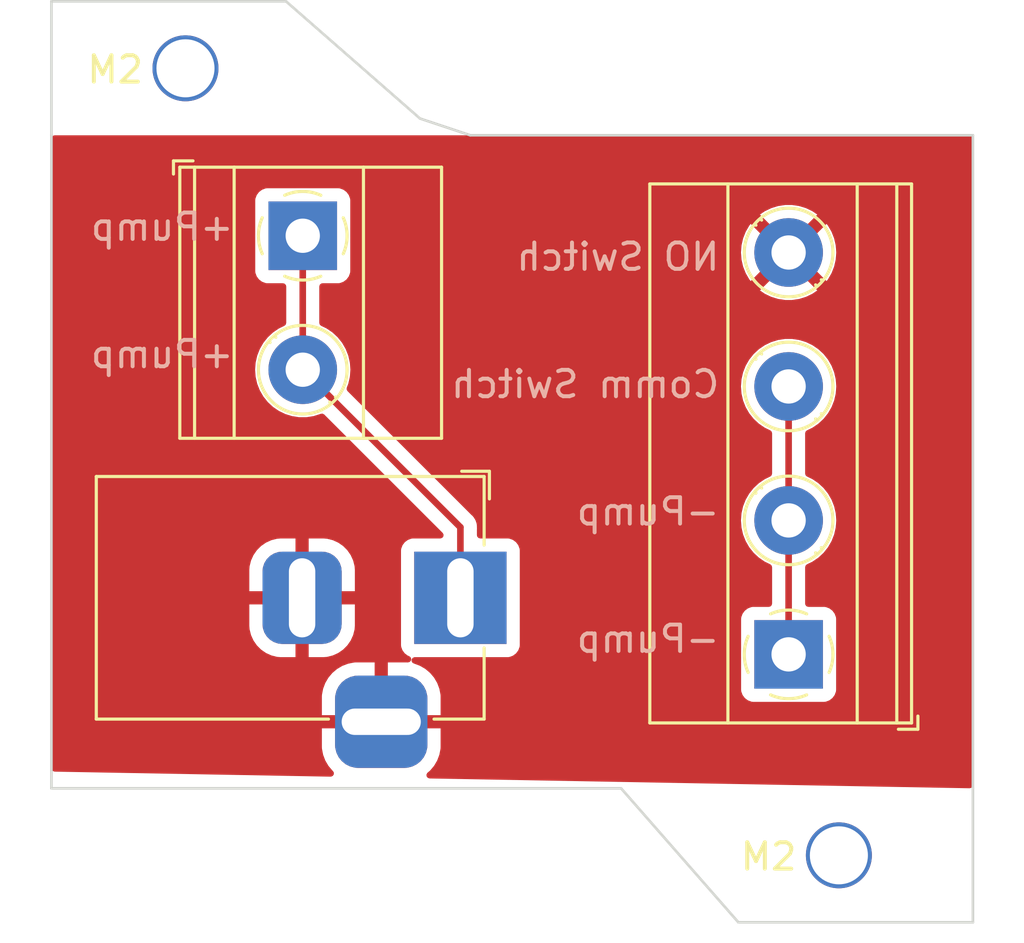
<source format=kicad_pcb>
(kicad_pcb (version 20221018) (generator pcbnew)
  (layers (0 "F.Cu" signal) (31 "B.Cu" signal) (34 "B.Paste" user) (35 "F.Paste" user) (36 "B.SilkS" user "B.Silkscreen") (37 "F.SilkS" user "F.Silkscreen") (38 "B.Mask" user) (39 "F.Mask" user) (44 "Edge.Cuts" user))
  (net 0 "")
  (net 1 "Net-(J2-Pin_1)")
  (net 2 "GND")
  (net 3 "Net-(J3-Pin_1)")
  (footprint "Connector_BarrelJack:BarrelJack_Horizontal" (layer "F.Cu") (at 143.77 98.82)
    (fp_text reference "J1" hide)
    (fp_text value "Barrel_Jack")
    (fp_line (start -13.8 -4.6) (end 0.9 -4.6) (stroke (width 0.12)) (layer "F.SilkS"))
    (fp_line (start -13.8 4.6) (end -13.8 -4.6) (stroke (width 0.12)) (layer "F.SilkS"))
    (fp_line (start -5 4.6) (end -13.8 4.6) (stroke (width 0.12)) (layer "F.SilkS"))
    (fp_line (start 0.05 -4.8) (end 1.1 -4.8) (stroke (width 0.12)) (layer "F.SilkS"))
    (fp_line (start 0.9 -4.6) (end 0.9 -2) (stroke (width 0.12)) (layer "F.SilkS"))
    (fp_line (start 0.9 1.9) (end 0.9 4.6) (stroke (width 0.12)) (layer "F.SilkS"))
    (fp_line (start 0.9 4.6) (end -1 4.6) (stroke (width 0.12)) (layer "F.SilkS"))
    (fp_line (start 1.1 -3.75) (end 1.1 -4.8) (stroke (width 0.12)) (layer "F.SilkS"))
    (pad "1" thru_hole rect (at 0 0) (size 3.5 3.5) (drill oval 1 3) (layers "*.Cu" "*.Mask") (net 1 "Net-(J2-Pin_1)"))
    (pad "2" thru_hole roundrect (at -6 0) (size 3 3.5) (drill oval 1 3) (layers "*.Cu" "*.Mask") (net 2 "GND"))
    (pad "3" thru_hole roundrect (at -3 4.7) (size 3.5 3.5) (drill oval 3 1) (layers "*.Cu" "*.Mask") (net 2 "GND"))
  )
  (footprint "TerminalBlock_Phoenix:TerminalBlock_Phoenix_MKDS-1,5-4-5.08_1x04_P5.08mm_Horizontal" (layer "F.Cu") (at 156.21 100.965 90)
    (fp_text reference "J3" hide)
    (fp_text value "Negative Terminal")
    (fp_line (start -2.84 4.16) (end -2.84 4.9) (stroke (width 0.12)) (layer "F.SilkS"))
    (fp_line (start -2.84 4.9) (end -2.34 4.9) (stroke (width 0.12)) (layer "F.SilkS"))
    (fp_line (start -2.6 -5.261) (end -2.6 4.66) (stroke (width 0.12)) (layer "F.SilkS"))
    (fp_line (start -2.6 -5.261) (end 17.84 -5.261) (stroke (width 0.12)) (layer "F.SilkS"))
    (fp_line (start -2.6 -2.301) (end 17.84 -2.301) (stroke (width 0.12)) (layer "F.SilkS"))
    (fp_line (start -2.6 2.6) (end 17.84 2.6) (stroke (width 0.12)) (layer "F.SilkS"))
    (fp_line (start -2.6 4.1) (end 17.84 4.1) (stroke (width 0.12)) (layer "F.SilkS"))
    (fp_line (start -2.6 4.66) (end 17.84 4.66) (stroke (width 0.12)) (layer "F.SilkS"))
    (fp_line (start 3.853 1.023) (end 3.806 1.069) (stroke (width 0.12)) (layer "F.SilkS"))
    (fp_line (start 4.046 1.239) (end 4.011 1.274) (stroke (width 0.12)) (layer "F.SilkS"))
    (fp_line (start 6.15 -1.275) (end 6.115 -1.239) (stroke (width 0.12)) (layer "F.SilkS"))
    (fp_line (start 6.355 -1.069) (end 6.308 -1.023) (stroke (width 0.12)) (layer "F.SilkS"))
    (fp_line (start 8.933 1.023) (end 8.886 1.069) (stroke (width 0.12)) (layer "F.SilkS"))
    (fp_line (start 9.126 1.239) (end 9.091 1.274) (stroke (width 0.12)) (layer "F.SilkS"))
    (fp_line (start 11.23 -1.275) (end 11.195 -1.239) (stroke (width 0.12)) (layer "F.SilkS"))
    (fp_line (start 11.435 -1.069) (end 11.388 -1.023) (stroke (width 0.12)) (layer "F.SilkS"))
    (fp_line (start 14.013 1.023) (end 13.966 1.069) (stroke (width 0.12)) (layer "F.SilkS"))
    (fp_line (start 14.206 1.239) (end 14.171 1.274) (stroke (width 0.12)) (layer "F.SilkS"))
    (fp_line (start 16.31 -1.275) (end 16.275 -1.239) (stroke (width 0.12)) (layer "F.SilkS"))
    (fp_line (start 16.515 -1.069) (end 16.468 -1.023) (stroke (width 0.12)) (layer "F.SilkS"))
    (fp_line (start 17.84 -5.261) (end 17.84 4.66) (stroke (width 0.12)) (layer "F.SilkS"))
    (fp_arc (start -1.535427 0.683042) (mid -1.680501 -0.000524) (end -1.535 -0.684) (stroke (width 0.12)) (layer "F.SilkS"))
    (fp_arc (start -0.683042 -1.535427) (mid 0.000524 -1.680501) (end 0.684 -1.535) (stroke (width 0.12)) (layer "F.SilkS"))
    (fp_arc (start 0.028805 1.680253) (mid -0.335551 1.646659) (end -0.684 1.535) (stroke (width 0.12)) (layer "F.SilkS"))
    (fp_arc (start 0.683318 1.534756) (mid 0.349292 1.643288) (end 0 1.68) (stroke (width 0.12)) (layer "F.SilkS"))
    (fp_arc (start 1.535427 -0.683042) (mid 1.680501 0.000524) (end 1.535 0.684) (stroke (width 0.12)) (layer "F.SilkS"))
    (fp_circle (center 5.08 0) (end 6.76 0) (stroke (width 0.12)) (fill none) (layer "F.SilkS"))
    (fp_circle (center 10.16 0) (end 11.84 0) (stroke (width 0.12)) (fill none) (layer "F.SilkS"))
    (fp_circle (center 15.24 0) (end 16.92 0) (stroke (width 0.12)) (fill none) (layer "F.SilkS"))
    (pad "1" thru_hole rect (at 0 0 90) (size 2.6 2.6) (drill 1.3) (layers "*.Cu" "*.Mask") (net 3 "Net-(J3-Pin_1)"))
    (pad "2" thru_hole circle (at 5.08 0 90) (size 2.6 2.6) (drill 1.3) (layers "*.Cu" "*.Mask") (net 3 "Net-(J3-Pin_1)"))
    (pad "3" thru_hole circle (at 10.16 0 90) (size 2.6 2.6) (drill 1.3) (layers "*.Cu" "*.Mask") (net 3 "Net-(J3-Pin_1)"))
    (pad "4" thru_hole circle (at 15.24 0 90) (size 2.6 2.6) (drill 1.3) (layers "*.Cu" "*.Mask") (net 2 "GND"))
  )
  (footprint "Custom Footprints:2.2 mm Drill Hole" (layer "F.Cu") (at 158.115 108.585)
    (fp_text reference "REF**" hide)
    (fp_text value "2.2 mm Drill Hole")
    (pad "" np_thru_hole circle (at 0 0) (size 2.5 2.5) (drill 2.2) (layers "F&B.Cu" "*.Mask"))
  )
  (footprint "TerminalBlock_Phoenix:TerminalBlock_Phoenix_MKDS-1,5-2-5.08_1x02_P5.08mm_Horizontal" (layer "F.Cu") (at 137.795 85.09 -90)
    (fp_text reference "J2" hide)
    (fp_text value "Positive Terminal")
    (fp_line (start -2.84 4.16) (end -2.84 4.9) (stroke (width 0.12)) (layer "F.SilkS"))
    (fp_line (start -2.84 4.9) (end -2.34 4.9) (stroke (width 0.12)) (layer "F.SilkS"))
    (fp_line (start -2.6 -5.261) (end -2.6 4.66) (stroke (width 0.12)) (layer "F.SilkS"))
    (fp_line (start -2.6 -5.261) (end 7.68 -5.261) (stroke (width 0.12)) (layer "F.SilkS"))
    (fp_line (start -2.6 -2.301) (end 7.68 -2.301) (stroke (width 0.12)) (layer "F.SilkS"))
    (fp_line (start -2.6 2.6) (end 7.68 2.6) (stroke (width 0.12)) (layer "F.SilkS"))
    (fp_line (start -2.6 4.1) (end 7.68 4.1) (stroke (width 0.12)) (layer "F.SilkS"))
    (fp_line (start -2.6 4.66) (end 7.68 4.66) (stroke (width 0.12)) (layer "F.SilkS"))
    (fp_line (start 3.853 1.023) (end 3.806 1.069) (stroke (width 0.12)) (layer "F.SilkS"))
    (fp_line (start 4.046 1.239) (end 4.011 1.274) (stroke (width 0.12)) (layer "F.SilkS"))
    (fp_line (start 6.15 -1.275) (end 6.115 -1.239) (stroke (width 0.12)) (layer "F.SilkS"))
    (fp_line (start 6.355 -1.069) (end 6.308 -1.023) (stroke (width 0.12)) (layer "F.SilkS"))
    (fp_line (start 7.68 -5.261) (end 7.68 4.66) (stroke (width 0.12)) (layer "F.SilkS"))
    (fp_arc (start -1.535427 0.683042) (mid -1.680501 -0.000524) (end -1.535 -0.684) (stroke (width 0.12)) (layer "F.SilkS"))
    (fp_arc (start -0.683042 -1.535427) (mid 0.000524 -1.680501) (end 0.684 -1.535) (stroke (width 0.12)) (layer "F.SilkS"))
    (fp_arc (start 0.028805 1.680253) (mid -0.335551 1.646659) (end -0.684 1.535) (stroke (width 0.12)) (layer "F.SilkS"))
    (fp_arc (start 0.683318 1.534756) (mid 0.349292 1.643288) (end 0 1.68) (stroke (width 0.12)) (layer "F.SilkS"))
    (fp_arc (start 1.535427 -0.683042) (mid 1.680501 0.000524) (end 1.535 0.684) (stroke (width 0.12)) (layer "F.SilkS"))
    (fp_circle (center 5.08 0) (end 6.76 0) (stroke (width 0.12)) (fill none) (layer "F.SilkS"))
    (pad "1" thru_hole rect (at 0 0 270) (size 2.6 2.6) (drill 1.3) (layers "*.Cu" "*.Mask") (net 1 "Net-(J2-Pin_1)"))
    (pad "2" thru_hole circle (at 5.08 0 270) (size 2.6 2.6) (drill 1.3) (layers "*.Cu" "*.Mask") (net 1 "Net-(J2-Pin_1)"))
  )
  (footprint "Custom Footprints:2.2 mm Drill Hole" (layer "F.Cu") (at 133.35 78.74)
    (fp_text reference "REF**" hide)
    (fp_text value "2.2 mm Drill Hole")
    (pad "" np_thru_hole circle (at 0 0) (size 2.5 2.5) (drill 2.2) (layers "F&B.Cu" "*.Mask"))
  )
  (gr_line (start 142.24 80.645) (end 144.145 81.28) (stroke (width 0.1)) (layer "Edge.Cuts"))
  (gr_line (start 128.27 81.28) (end 128.27 76.2) (stroke (width 0.1)) (layer "Edge.Cuts"))
  (gr_line (start 128.27 106.045) (end 149.86 106.045) (stroke (width 0.1)) (layer "Edge.Cuts"))
  (gr_line (start 163.195 111.125) (end 154.305 111.125) (stroke (width 0.1)) (layer "Edge.Cuts"))
  (gr_line (start 128.27 76.2) (end 137.16 76.2) (stroke (width 0.1)) (layer "Edge.Cuts"))
  (gr_line (start 137.16 76.2) (end 142.24 80.645) (stroke (width 0.1)) (layer "Edge.Cuts"))
  (gr_line (start 154.305 111.125) (end 149.86 106.045) (stroke (width 0.1)) (layer "Edge.Cuts"))
  (gr_line (start 163.195 81.28) (end 163.195 106.045) (stroke (width 0.1)) (layer "Edge.Cuts"))
  (gr_line (start 163.195 106.045) (end 163.195 111.125) (stroke (width 0.1)) (layer "Edge.Cuts"))
  (gr_line (start 144.145 81.28) (end 163.195 81.28) (stroke (width 0.1)) (layer "Edge.Cuts"))
  (gr_line (start 128.27 106.045) (end 128.27 81.28) (stroke (width 0.1)) (layer "Edge.Cuts"))
  (gr_text "+Pump\n\n\n+Pump" (at 135.255 90.17) (layer "B.SilkS") (effects (font (size 1 1)) (justify left bottom mirror)))
  (gr_text "NO Switch\n\n\nComm Switch\n\n\n-Pump\n\n\n-Pump" (at 153.67 100.965) (layer "B.SilkS") (effects (font (size 1 1)) (justify left bottom mirror)))
  (gr_text "M2" (at 129.54 79.375) (layer "F.SilkS") (effects (font (size 1 1)) (justify left bottom)))
  (gr_text "M2" (at 154.305 109.22) (layer "F.SilkS") (effects (font (size 1 1)) (justify left bottom)))
  (segment (start 143.77 96.145) (end 137.795 90.17) (width 0.25) (layer "F.Cu") (net 1))
  (segment (start 143.77 98.82) (end 143.77 96.145) (width 0.25) (layer "F.Cu") (net 1))
  (segment (start 137.795 90.17) (end 137.795 85.09) (width 0.25) (layer "F.Cu") (net 1))
  (segment (start 156.21 95.885) (end 156.21 90.805) (width 0.25) (layer "F.Cu") (net 3))
  (segment (start 156.21 100.965) (end 156.21 95.885) (width 0.25) (layer "F.Cu") (net 3))
  (zone (net 2) (net_name "GND") (layer "F.Cu") (connect_pads (clearance 0.5)) (min_thickness 0.25) (fill yes (thermal_gap 0.5) (thermal_bridge_width 0.5))
    (polygon (pts (xy 128.27 81.28) (xy 163.195 81.28) (xy 163.195 106.045) (xy 128.27 105.41)))
  )
)
</source>
